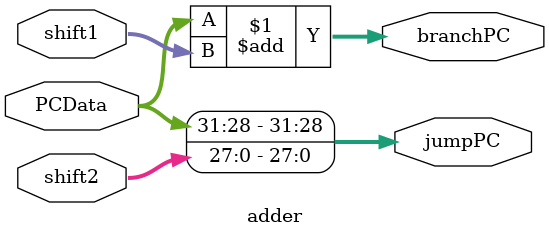
<source format=v>
`timescale 1ns / 1ps


module adder(
    input [31:0] shift1,
    input [31:0] shift2,
    input [31:0] PCData,
    output wire  [31:0] branchPC,
    output wire  [31:0] jumpPC
    );
    assign branchPC=PCData+shift1;
    assign jumpPC={PCData[31:28],shift2[27:0]};
endmodule

</source>
